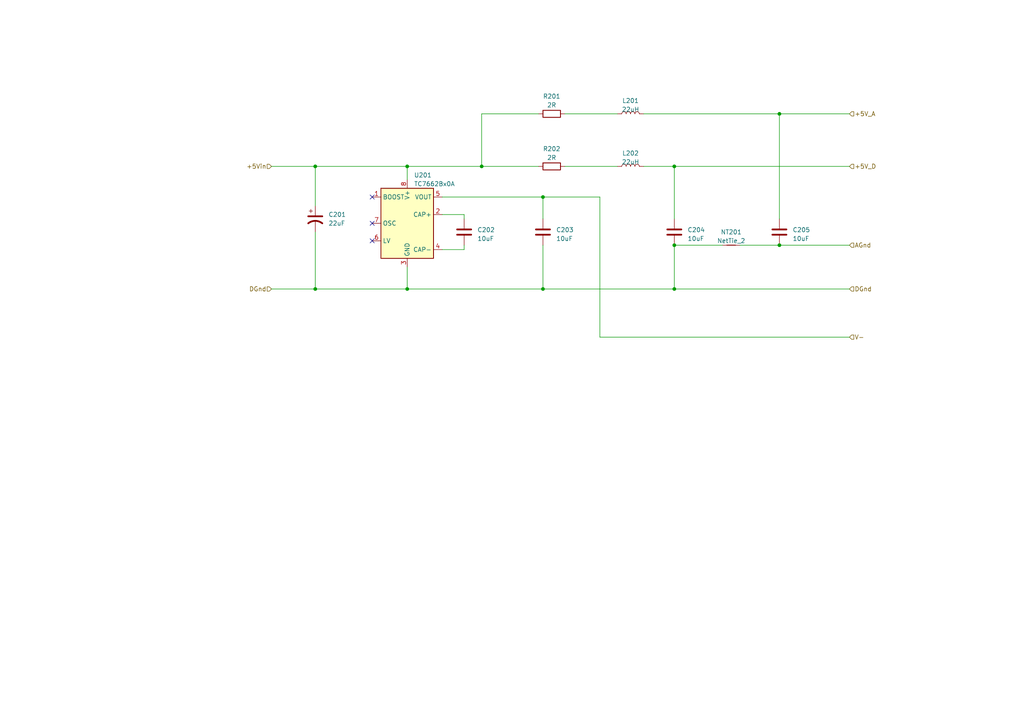
<source format=kicad_sch>
(kicad_sch (version 20230121) (generator eeschema)
  (paper "A4")
  (lib_symbols
    (symbol "Converter_DCDC:TC7662Bx0A"
      (property "Reference" "U" (at -6.35 11.43 0))
      (property "Value" "TC7662Bx0A" (at 7.62 11.43 0))
      (symbol "TC7662Bx0A_0_1"
        (rectangle (start -7.62 10.16) (end 7.62 -10.16) (stroke (width 0.254)) (fill (type background)))
      )
      (symbol "TC7662Bx0A_1_1"
        (pin input line (at -10.16 7.62 0) (length 2.54) (name "BOOST") (number "1"))
        (pin passive line (at 10.16 2.54 180) (length 2.54) (name "CAP+") (number "2"))
        (pin power_in line (at 0 -12.7 90) (length 2.54) (name "GND") (number "3"))
        (pin passive line (at 10.16 -7.62 180) (length 2.54) (name "CAP-") (number "4"))
        (pin power_out line (at 10.16 7.62 180) (length 2.54) (name "VOUT") (number "5"))
        (pin input line (at -10.16 -5.08 0) (length 2.54) (name "LV") (number "6"))
        (pin passive line (at -10.16 0 0) (length 2.54) (name "OSC") (number "7"))
        (pin power_in line (at 0 12.7 270) (length 2.54) (name "V+") (number "8"))
      )
    )
    (symbol "Device:C" (pin_numbers hide) (pin_names (offset 0.254))
      (property "Reference" "C" (at 0.635 2.54 0))
      (property "Value" "C" (at 0.635 -2.54 0))
      (symbol "C_0_1"
        (polyline (pts (xy -2.032 -0.762) (xy 2.032 -0.762)) (stroke (width 0.508)))
        (polyline (pts (xy -2.032 0.762) (xy 2.032 0.762)) (stroke (width 0.508)))
      )
      (symbol "C_1_1"
        (pin passive line (at 0 3.81 270) (length 2.794) (name "~") (number "1"))
        (pin passive line (at 0 -3.81 90) (length 2.794) (name "~") (number "2"))
      )
    )
    (symbol "Device:C_Polarized_US" (pin_numbers hide) (pin_names (offset 0.254) hide)
      (property "Reference" "C" (at 0.635 2.54 0))
      (property "Value" "C_Polarized_US" (at 0.635 -2.54 0))
      (symbol "C_Polarized_US_0_1"
        (polyline (pts (xy -2.032 0.762) (xy 2.032 0.762)) (stroke (width 0.508)))
        (polyline (pts (xy -1.778 2.286) (xy -0.762 2.286)))
        (polyline (pts (xy -1.27 1.778) (xy -1.27 2.794)))
        (arc (start 2.032 -1.27) (mid 0 -0.5572) (end -2.032 -1.27) (stroke (width 0.508)))
      )
      (symbol "C_Polarized_US_1_1"
        (pin passive line (at 0 3.81 270) (length 2.794) (name "~") (number "1"))
        (pin passive line (at 0 -3.81 90) (length 3.302) (name "~") (number "2"))
      )
    )
    (symbol "Device:L" (pin_numbers hide) (pin_names (offset 1.016) hide)
      (property "Reference" "L" (at -1.27 0 90))
      (property "Value" "L" (at 1.905 0 90))
      (symbol "L_0_1"
        (arc (start 0 -2.54) (mid 0.6323 -1.905) (end 0 -1.27))
        (arc (start 0 -1.27) (mid 0.6323 -0.635) (end 0 0))
        (arc (start 0 0) (mid 0.6323 0.635) (end 0 1.27))
        (arc (start 0 1.27) (mid 0.6323 1.905) (end 0 2.54))
      )
      (symbol "L_1_1"
        (pin passive line (at 0 3.81 270) (length 1.27) (name "1") (number "1"))
        (pin passive line (at 0 -3.81 90) (length 1.27) (name "2") (number "2"))
      )
    )
    (symbol "Device:NetTie_2" (pin_numbers hide) (pin_names (offset 0) hide) (in_bom no)
      (property "Reference" "NT" (at 0 1.27 0))
      (property "Value" "NetTie_2" (at 0 -1.27 0))
      (symbol "NetTie_2_0_1"
        (polyline (pts (xy -1.27 0) (xy 1.27 0)) (stroke (width 0.254)))
      )
      (symbol "NetTie_2_1_1"
        (pin passive line (at -2.54 0 0) (length 2.54) (name "1") (number "1"))
        (pin passive line (at 2.54 0 180) (length 2.54) (name "2") (number "2"))
      )
    )
    (symbol "Device:R" (pin_numbers hide) (pin_names (offset 0))
      (property "Reference" "R" (at 2.032 0 90))
      (property "Value" "R" (at 0 0 90))
      (symbol "R_0_1"
        (rectangle (start -1.016 -2.54) (end 1.016 2.54) (stroke (width 0.254)))
      )
      (symbol "R_1_1"
        (pin passive line (at 0 3.81 270) (length 1.27) (name "~") (number "1"))
        (pin passive line (at 0 -3.81 90) (length 1.27) (name "~") (number "2"))
      )
    )
  )
  (junction (at 195.58 83.82))
  (junction (at 118.11 83.82))
  (junction (at 195.58 71.12))
  (junction (at 226.06 71.12))
  (junction (at 157.48 57.15))
  (junction (at 139.7 48.26))
  (junction (at 91.44 83.82))
  (junction (at 118.11 48.26))
  (junction (at 91.44 48.26))
  (junction (at 226.06 33.02))
  (junction (at 157.48 83.82))
  (junction (at 195.58 48.26))
  (no_connect (at 107.95 69.85))
  (no_connect (at 107.95 64.77))
  (no_connect (at 107.95 57.15))
  (wire (pts (xy 134.62 62.23) (xy 128.27 62.23)))
  (wire (pts (xy 195.58 48.26) (xy 195.58 63.5)))
  (wire (pts (xy 134.62 71.12) (xy 134.62 72.39)))
  (wire (pts (xy 226.06 33.02) (xy 226.06 63.5)))
  (wire (pts (xy 163.83 33.02) (xy 179.07 33.02)))
  (wire (pts (xy 78.74 83.82) (xy 91.44 83.82)))
  (wire (pts (xy 195.58 83.82) (xy 157.48 83.82)))
  (wire (pts (xy 91.44 83.82) (xy 91.44 67.31)))
  (wire (pts (xy 157.48 57.15) (xy 157.48 63.5)))
  (wire (pts (xy 118.11 48.26) (xy 118.11 52.07)))
  (wire (pts (xy 195.58 48.26) (xy 246.38 48.26)))
  (wire (pts (xy 195.58 83.82) (xy 246.38 83.82)))
  (wire (pts (xy 157.48 83.82) (xy 118.11 83.82)))
  (wire (pts (xy 195.58 71.12) (xy 195.58 83.82)))
  (wire (pts (xy 186.69 48.26) (xy 195.58 48.26)))
  (wire (pts (xy 186.69 33.02) (xy 226.06 33.02)))
  (wire (pts (xy 134.62 63.5) (xy 134.62 62.23)))
  (wire (pts (xy 214.63 71.12) (xy 226.06 71.12)))
  (wire (pts (xy 118.11 48.26) (xy 139.7 48.26)))
  (wire (pts (xy 91.44 48.26) (xy 118.11 48.26)))
  (wire (pts (xy 226.06 33.02) (xy 246.38 33.02)))
  (wire (pts (xy 226.06 71.12) (xy 246.38 71.12)))
  (wire (pts (xy 173.99 97.79) (xy 246.38 97.79)))
  (wire (pts (xy 139.7 33.02) (xy 139.7 48.26)))
  (wire (pts (xy 157.48 71.12) (xy 157.48 83.82)))
  (wire (pts (xy 157.48 57.15) (xy 173.99 57.15)))
  (wire (pts (xy 128.27 57.15) (xy 157.48 57.15)))
  (wire (pts (xy 163.83 48.26) (xy 179.07 48.26)))
  (wire (pts (xy 156.21 33.02) (xy 139.7 33.02)))
  (wire (pts (xy 78.74 48.26) (xy 91.44 48.26)))
  (wire (pts (xy 134.62 72.39) (xy 128.27 72.39)))
  (wire (pts (xy 118.11 83.82) (xy 91.44 83.82)))
  (wire (pts (xy 91.44 48.26) (xy 91.44 59.69)))
  (wire (pts (xy 195.58 71.12) (xy 209.55 71.12)))
  (wire (pts (xy 173.99 57.15) (xy 173.99 97.79)))
  (wire (pts (xy 139.7 48.26) (xy 156.21 48.26)))
  (wire (pts (xy 118.11 77.47) (xy 118.11 83.82)))
  (hierarchical_label "V-" (shape input) (at 246.38 97.79 0))
  (hierarchical_label "DGnd" (shape input) (at 78.74 83.82 180))
  (hierarchical_label "+5V_D" (shape input) (at 246.38 48.26 0))
  (hierarchical_label "+5V_A" (shape input) (at 246.38 33.02 0))
  (hierarchical_label "AGnd" (shape input) (at 246.38 71.12 0))
  (hierarchical_label "DGnd" (shape input) (at 246.38 83.82 0))
  (hierarchical_label "+5Vin" (shape input) (at 78.74 48.26 180))
  (symbol (lib_id "Device:NetTie_2") (at 212.09 71.12 0) (unit 1) (in_bom no)
    (property "Reference" "NT201" (at 212.09 67.31 0))
    (property "Value" "NetTie_2" (at 212.09 69.85 0))
    (property "Footprint" "NetTie:NetTie-2_SMD_Pad0.5mm" (effects hide))
  )
  (symbol (lib_id "Device:R") (at 160.02 33.02 90) (unit 1)
    (property "Reference" "R201" (at 160.02 27.94 90))
    (property "Value" "2R" (at 160.02 30.48 90))
    (property "Footprint" "Resistor_SMD:R_0805_2012Metric" (effects hide))
  )
  (symbol (lib_id "Device:L") (at 182.88 33.02 90) (unit 1)
    (property "Reference" "L201" (at 182.88 29.21 90))
    (property "Value" "22uH" (at 182.88 31.75 90))
    (property "Footprint" "Inductor_SMD:L_1210_3225Metric" (effects hide))
  )
  (symbol (lib_id "Device:C") (at 195.58 67.31 0) (unit 1)
    (property "Reference" "C204" (at 199.39 66.675 0) (effects (justify left)))
    (property "Value" "10uF" (at 199.39 69.215 0) (effects (justify left)))
    (property "Footprint" "Capacitor_SMD:C_0805_2012Metric" (effects hide))
  )
  (symbol (lib_id "Device:C") (at 157.48 67.31 0) (unit 1)
    (property "Reference" "C203" (at 161.29 66.675 0) (effects (justify left)))
    (property "Value" "10uF" (at 161.29 69.215 0) (effects (justify left)))
    (property "Footprint" "Capacitor_SMD:C_0805_2012Metric" (effects hide))
  )
  (symbol (lib_id "Device:R") (at 160.02 48.26 90) (unit 1)
    (property "Reference" "R202" (at 160.02 43.18 90))
    (property "Value" "2R" (at 160.02 45.72 90))
    (property "Footprint" "Resistor_SMD:R_0805_2012Metric" (effects hide))
  )
  (symbol (lib_id "Device:C") (at 226.06 67.31 0) (unit 1)
    (property "Reference" "C205" (at 229.87 66.675 0) (effects (justify left)))
    (property "Value" "10uF" (at 229.87 69.215 0) (effects (justify left)))
    (property "Footprint" "Capacitor_SMD:C_0805_2012Metric" (effects hide))
  )
  (symbol (lib_id "Device:C_Polarized_US") (at 91.44 63.5 0) (unit 1)
    (property "Reference" "C201" (at 95.25 62.23 0) (effects (justify left)))
    (property "Value" "22uF" (at 95.25 64.77 0) (effects (justify left)))
    (property "Footprint" "Capacitor_Tantalum_SMD:CP_EIA-7343-15_Kemet-W" (effects hide))
  )
  (symbol (lib_id "Converter_DCDC:TC7662Bx0A") (at 118.11 64.77 0) (unit 1)
    (property "Reference" "U201" (at 120.0659 50.8 0) (effects (justify left)))
    (property "Value" "TC7662Bx0A" (at 120.0659 53.34 0) (effects (justify left)))
    (property "Footprint" "Package_SO:SOIC-8_3.9x4.9mm_P1.27mm" (effects hide))
    (property "Datasheet" "http://ww1.microchip.com/downloads/en/DeviceDoc/21469a.pdf" (effects hide))
  )
  (symbol (lib_id "Device:C") (at 134.62 67.31 0) (unit 1)
    (property "Reference" "C202" (at 138.43 66.675 0) (effects (justify left)))
    (property "Value" "10uF" (at 138.43 69.215 0) (effects (justify left)))
    (property "Footprint" "Capacitor_SMD:C_0805_2012Metric" (effects hide))
  )
  (symbol (lib_id "Device:L") (at 182.88 48.26 90) (unit 1)
    (property "Reference" "L202" (at 182.88 44.45 90))
    (property "Value" "22uH" (at 182.88 46.99 90))
    (property "Footprint" "Inductor_SMD:L_1210_3225Metric" (effects hide))
  )
)
</source>
